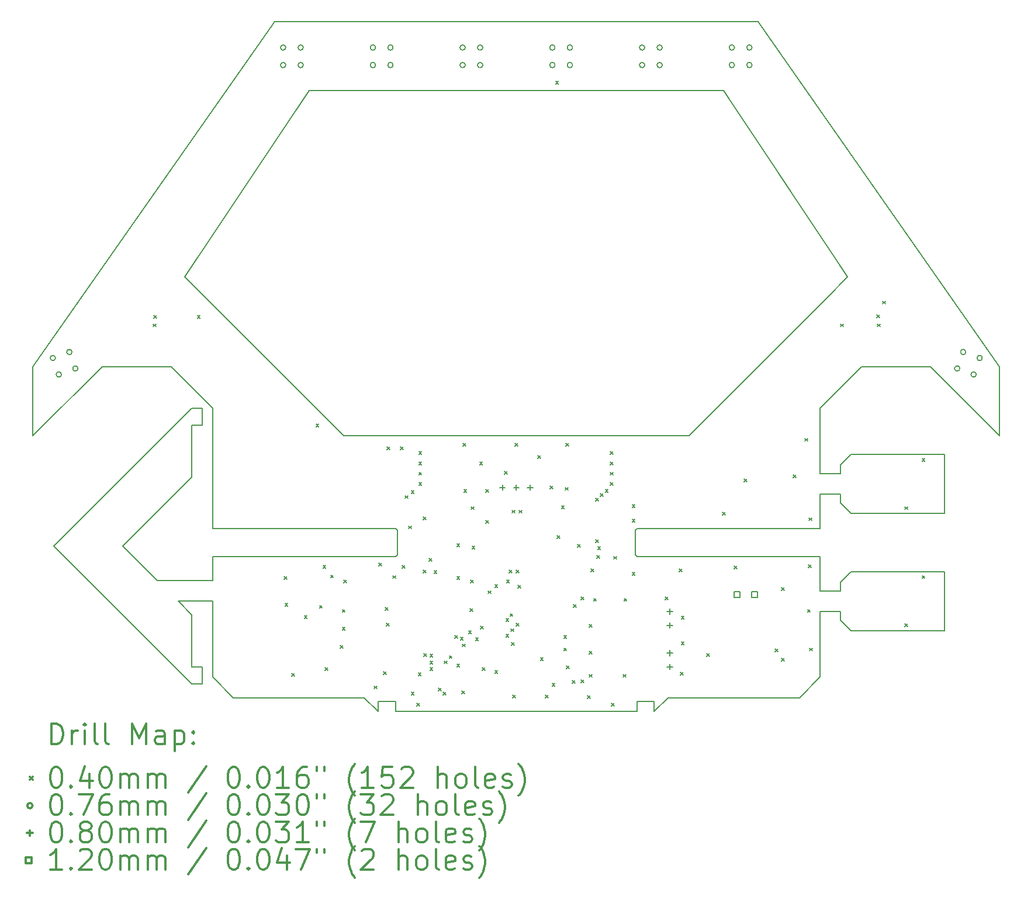
<source format=gbr>
%FSLAX45Y45*%
G04 Gerber Fmt 4.5, Leading zero omitted, Abs format (unit mm)*
G04 Created by KiCad (PCBNEW 4.0.1-stable) date 2017/09/30 15:08:16*
%MOMM*%
G01*
G04 APERTURE LIST*
%ADD10C,0.127000*%
%ADD11C,0.150000*%
%ADD12C,0.200000*%
%ADD13C,0.300000*%
G04 APERTURE END LIST*
D10*
D11*
X16725000Y-12725000D02*
X16750000Y-12750000D01*
X16725000Y-12375000D02*
X16725000Y-12725000D01*
X16750000Y-12350000D02*
X16725000Y-12375000D01*
X13275000Y-12725000D02*
X13250000Y-12750000D01*
X13275000Y-12375000D02*
X13275000Y-12725000D01*
X13250000Y-12350000D02*
X13275000Y-12375000D01*
X16750000Y-15000000D02*
X13250000Y-15000000D01*
X16750000Y-14850000D02*
X16750000Y-15000000D01*
X17000000Y-14850000D02*
X16750000Y-14850000D01*
X17000000Y-15000000D02*
X17000000Y-14850000D01*
X13250000Y-14850000D02*
X13250000Y-15000000D01*
X13000000Y-14850000D02*
X13250000Y-14850000D01*
X13000000Y-15000000D02*
X13000000Y-14850000D01*
X10300000Y-14350000D02*
X10300000Y-13600000D01*
X10450000Y-14350000D02*
X10300000Y-14350000D01*
X10450000Y-14600000D02*
X10450000Y-14350000D01*
X10300000Y-14600000D02*
X10450000Y-14600000D01*
X10300000Y-10850000D02*
X10300000Y-11600000D01*
X10450000Y-10850000D02*
X10300000Y-10850000D01*
X10450000Y-10600000D02*
X10450000Y-10850000D01*
X10300000Y-10600000D02*
X10450000Y-10600000D01*
X19850000Y-12975000D02*
X21200000Y-12975000D01*
X19700000Y-13125000D02*
X19850000Y-12975000D01*
X19700000Y-13250000D02*
X19700000Y-13125000D01*
X19850000Y-13825000D02*
X21200000Y-13825000D01*
X19700000Y-13675000D02*
X19850000Y-13825000D01*
X19700000Y-13550000D02*
X19700000Y-13675000D01*
X21200000Y-12975000D02*
X21200000Y-13825000D01*
X19850000Y-11275000D02*
X21200000Y-11275000D01*
X19700000Y-11425000D02*
X19850000Y-11275000D01*
X19700000Y-11550000D02*
X19700000Y-11425000D01*
X19700000Y-11975000D02*
X19700000Y-11850000D01*
X19850000Y-12125000D02*
X19700000Y-11975000D01*
X21200000Y-12125000D02*
X19850000Y-12125000D01*
X21200000Y-11275000D02*
X21200000Y-12125000D01*
X19400000Y-13550000D02*
X19400000Y-14500000D01*
X19700000Y-13550000D02*
X19400000Y-13550000D01*
X19400000Y-13250000D02*
X19700000Y-13250000D01*
X19400000Y-12750000D02*
X19400000Y-13250000D01*
X19400000Y-11850000D02*
X19700000Y-11850000D01*
X19400000Y-12350000D02*
X19400000Y-11850000D01*
X19400000Y-11550000D02*
X19700000Y-11550000D01*
X19400000Y-10600000D02*
X19400000Y-11550000D01*
X12500000Y-11000000D02*
X17500000Y-11000000D01*
X19500000Y-9000000D02*
X17500000Y-11000000D01*
X10500000Y-9000000D02*
X12500000Y-11000000D01*
X10200000Y-8700000D02*
X10500000Y-9000000D01*
X19800000Y-8700000D02*
X19500000Y-9000000D01*
X19400000Y-12750000D02*
X16750000Y-12750000D01*
X19400000Y-12350000D02*
X16750000Y-12350000D01*
X10600000Y-10600000D02*
X10600000Y-12350000D01*
X10600000Y-13100000D02*
X10600000Y-12750000D01*
X10300000Y-13600000D02*
X10100000Y-13400000D01*
X9300000Y-12600000D02*
X9800000Y-13100000D01*
X10600000Y-13100000D02*
X9800000Y-13100000D01*
X10600000Y-13400000D02*
X10100000Y-13400000D01*
X10600000Y-14500000D02*
X10600000Y-13400000D01*
X10600000Y-12750000D02*
X13250000Y-12750000D01*
X10600000Y-12350000D02*
X13250000Y-12350000D01*
X8300000Y-12600000D02*
X10300000Y-10600000D01*
X10300000Y-14600000D02*
X8300000Y-12600000D01*
X10300000Y-11600000D02*
X9300000Y-12600000D01*
X12000000Y-6000000D02*
X10200000Y-8700000D01*
X18000000Y-6000000D02*
X19800000Y-8700000D01*
X12000000Y-6000000D02*
X18000000Y-6000000D01*
X17200000Y-14800000D02*
X17000000Y-15000000D01*
X12800000Y-14800000D02*
X13000000Y-15000000D01*
X19100000Y-14800000D02*
X17200000Y-14800000D01*
X10900000Y-14800000D02*
X12800000Y-14800000D01*
X19400000Y-14500000D02*
X19100000Y-14800000D01*
X10600000Y-14500000D02*
X10900000Y-14800000D01*
X20000000Y-10000000D02*
X19400000Y-10600000D01*
X10000000Y-10000000D02*
X10600000Y-10600000D01*
X9000000Y-10000000D02*
X10000000Y-10000000D01*
X8000000Y-11000000D02*
X9000000Y-10000000D01*
X8000000Y-10000000D02*
X8000000Y-11000000D01*
X11500000Y-5000000D02*
X8000000Y-10000000D01*
X21000000Y-10000000D02*
X20000000Y-10000000D01*
X22000000Y-11000000D02*
X21000000Y-10000000D01*
X22000000Y-10000000D02*
X22000000Y-11000000D01*
X18500000Y-5000000D02*
X22000000Y-10000000D01*
X11500000Y-5000000D02*
X18500000Y-5000000D01*
D12*
X9740000Y-9380000D02*
X9780000Y-9420000D01*
X9780000Y-9380000D02*
X9740000Y-9420000D01*
X9750000Y-9260000D02*
X9790000Y-9300000D01*
X9790000Y-9260000D02*
X9750000Y-9300000D01*
X10380000Y-9260000D02*
X10420000Y-9300000D01*
X10420000Y-9260000D02*
X10380000Y-9300000D01*
X11640000Y-13040000D02*
X11680000Y-13080000D01*
X11680000Y-13040000D02*
X11640000Y-13080000D01*
X11650000Y-13430000D02*
X11690000Y-13470000D01*
X11690000Y-13430000D02*
X11650000Y-13470000D01*
X11750000Y-14450000D02*
X11790000Y-14490000D01*
X11790000Y-14450000D02*
X11750000Y-14490000D01*
X11930000Y-13610000D02*
X11970000Y-13650000D01*
X11970000Y-13610000D02*
X11930000Y-13650000D01*
X12100000Y-10830000D02*
X12140000Y-10870000D01*
X12140000Y-10830000D02*
X12100000Y-10870000D01*
X12150000Y-13460000D02*
X12190000Y-13500000D01*
X12190000Y-13460000D02*
X12150000Y-13500000D01*
X12200000Y-12880000D02*
X12240000Y-12920000D01*
X12240000Y-12880000D02*
X12200000Y-12920000D01*
X12230000Y-14360000D02*
X12270000Y-14400000D01*
X12270000Y-14360000D02*
X12230000Y-14400000D01*
X12310000Y-13020000D02*
X12350000Y-13060000D01*
X12350000Y-13020000D02*
X12310000Y-13060000D01*
X12450000Y-14040000D02*
X12490000Y-14080000D01*
X12490000Y-14040000D02*
X12450000Y-14080000D01*
X12480000Y-13520000D02*
X12520000Y-13560000D01*
X12520000Y-13520000D02*
X12480000Y-13560000D01*
X12480000Y-13780000D02*
X12520000Y-13820000D01*
X12520000Y-13780000D02*
X12480000Y-13820000D01*
X12500000Y-13090000D02*
X12540000Y-13130000D01*
X12540000Y-13090000D02*
X12500000Y-13130000D01*
X12940000Y-14630000D02*
X12980000Y-14670000D01*
X12980000Y-14630000D02*
X12940000Y-14670000D01*
X13010000Y-12850000D02*
X13050000Y-12890000D01*
X13050000Y-12850000D02*
X13010000Y-12890000D01*
X13080000Y-14420000D02*
X13120000Y-14460000D01*
X13120000Y-14420000D02*
X13080000Y-14460000D01*
X13100000Y-13490000D02*
X13140000Y-13530000D01*
X13140000Y-13490000D02*
X13100000Y-13530000D01*
X13120000Y-13720000D02*
X13160000Y-13760000D01*
X13160000Y-13720000D02*
X13120000Y-13760000D01*
X13130000Y-11160000D02*
X13170000Y-11200000D01*
X13170000Y-11160000D02*
X13130000Y-11200000D01*
X13210000Y-13030000D02*
X13250000Y-13070000D01*
X13250000Y-13030000D02*
X13210000Y-13070000D01*
X13320000Y-11160000D02*
X13360000Y-11200000D01*
X13360000Y-11160000D02*
X13320000Y-11200000D01*
X13350000Y-12880000D02*
X13390000Y-12920000D01*
X13390000Y-12880000D02*
X13350000Y-12920000D01*
X13390000Y-11870000D02*
X13430000Y-11910000D01*
X13430000Y-11870000D02*
X13390000Y-11910000D01*
X13440000Y-12310000D02*
X13480000Y-12350000D01*
X13480000Y-12310000D02*
X13440000Y-12350000D01*
X13480000Y-11800000D02*
X13520000Y-11840000D01*
X13520000Y-11800000D02*
X13480000Y-11840000D01*
X13480000Y-14720000D02*
X13520000Y-14760000D01*
X13520000Y-14720000D02*
X13480000Y-14760000D01*
X13560000Y-14880000D02*
X13600000Y-14920000D01*
X13600000Y-14880000D02*
X13560000Y-14920000D01*
X13580000Y-14440000D02*
X13620000Y-14480000D01*
X13620000Y-14440000D02*
X13580000Y-14480000D01*
X13590000Y-11230000D02*
X13630000Y-11270000D01*
X13630000Y-11230000D02*
X13590000Y-11270000D01*
X13590000Y-11380000D02*
X13630000Y-11420000D01*
X13630000Y-11380000D02*
X13590000Y-11420000D01*
X13590000Y-11530000D02*
X13630000Y-11570000D01*
X13630000Y-11530000D02*
X13590000Y-11570000D01*
X13590000Y-11680000D02*
X13630000Y-11720000D01*
X13630000Y-11680000D02*
X13590000Y-11720000D01*
X13650000Y-12180000D02*
X13690000Y-12220000D01*
X13690000Y-12180000D02*
X13650000Y-12220000D01*
X13650000Y-12950000D02*
X13690000Y-12990000D01*
X13690000Y-12950000D02*
X13650000Y-12990000D01*
X13660000Y-14160000D02*
X13700000Y-14200000D01*
X13700000Y-14160000D02*
X13660000Y-14200000D01*
X13740000Y-12780000D02*
X13780000Y-12820000D01*
X13780000Y-12780000D02*
X13740000Y-12820000D01*
X13750000Y-14170000D02*
X13790000Y-14210000D01*
X13790000Y-14170000D02*
X13750000Y-14210000D01*
X13750000Y-14270000D02*
X13790000Y-14310000D01*
X13790000Y-14270000D02*
X13750000Y-14310000D01*
X13750000Y-14365000D02*
X13790000Y-14405000D01*
X13790000Y-14365000D02*
X13750000Y-14405000D01*
X13810000Y-12955000D02*
X13850000Y-12995000D01*
X13850000Y-12955000D02*
X13810000Y-12995000D01*
X13870000Y-14660000D02*
X13910000Y-14700000D01*
X13910000Y-14660000D02*
X13870000Y-14700000D01*
X13940000Y-14720000D02*
X13980000Y-14760000D01*
X13980000Y-14720000D02*
X13940000Y-14760000D01*
X13955000Y-14265000D02*
X13995000Y-14305000D01*
X13995000Y-14265000D02*
X13955000Y-14305000D01*
X14030000Y-14190000D02*
X14070000Y-14230000D01*
X14070000Y-14190000D02*
X14030000Y-14230000D01*
X14110000Y-13900000D02*
X14150000Y-13940000D01*
X14150000Y-13900000D02*
X14110000Y-13940000D01*
X14140000Y-12570000D02*
X14180000Y-12610000D01*
X14180000Y-12570000D02*
X14140000Y-12610000D01*
X14140000Y-13040000D02*
X14180000Y-13080000D01*
X14180000Y-13040000D02*
X14140000Y-13080000D01*
X14140000Y-14310000D02*
X14180000Y-14350000D01*
X14180000Y-14310000D02*
X14140000Y-14350000D01*
X14190000Y-13920000D02*
X14230000Y-13960000D01*
X14230000Y-13920000D02*
X14190000Y-13960000D01*
X14210000Y-14700000D02*
X14250000Y-14740000D01*
X14250000Y-14700000D02*
X14210000Y-14740000D01*
X14220000Y-14020000D02*
X14260000Y-14060000D01*
X14260000Y-14020000D02*
X14220000Y-14060000D01*
X14230000Y-11110000D02*
X14270000Y-11150000D01*
X14270000Y-11110000D02*
X14230000Y-11150000D01*
X14240000Y-11780000D02*
X14280000Y-11820000D01*
X14280000Y-11780000D02*
X14240000Y-11820000D01*
X14310000Y-13830000D02*
X14350000Y-13870000D01*
X14350000Y-13830000D02*
X14310000Y-13870000D01*
X14330000Y-13510000D02*
X14370000Y-13550000D01*
X14370000Y-13510000D02*
X14330000Y-13550000D01*
X14340000Y-13090000D02*
X14380000Y-13130000D01*
X14380000Y-13090000D02*
X14340000Y-13130000D01*
X14350000Y-12030000D02*
X14390000Y-12070000D01*
X14390000Y-12030000D02*
X14350000Y-12070000D01*
X14360000Y-12600000D02*
X14400000Y-12640000D01*
X14400000Y-12600000D02*
X14360000Y-12640000D01*
X14410000Y-13930000D02*
X14450000Y-13970000D01*
X14450000Y-13930000D02*
X14410000Y-13970000D01*
X14470000Y-11380000D02*
X14510000Y-11420000D01*
X14510000Y-11380000D02*
X14470000Y-11420000D01*
X14480000Y-13760000D02*
X14520000Y-13800000D01*
X14520000Y-13760000D02*
X14480000Y-13800000D01*
X14510000Y-14360000D02*
X14550000Y-14400000D01*
X14550000Y-14360000D02*
X14510000Y-14400000D01*
X14560000Y-11780000D02*
X14600000Y-11820000D01*
X14600000Y-11780000D02*
X14560000Y-11820000D01*
X14560000Y-12230000D02*
X14600000Y-12270000D01*
X14600000Y-12230000D02*
X14560000Y-12270000D01*
X14590000Y-13250000D02*
X14630000Y-13290000D01*
X14630000Y-13250000D02*
X14590000Y-13290000D01*
X14690000Y-13160000D02*
X14730000Y-13200000D01*
X14730000Y-13160000D02*
X14690000Y-13200000D01*
X14690000Y-14405000D02*
X14730000Y-14445000D01*
X14730000Y-14405000D02*
X14690000Y-14445000D01*
X14830000Y-11520000D02*
X14870000Y-11560000D01*
X14870000Y-11520000D02*
X14830000Y-11560000D01*
X14850000Y-13650000D02*
X14890000Y-13690000D01*
X14890000Y-13650000D02*
X14850000Y-13690000D01*
X14850000Y-13880000D02*
X14890000Y-13920000D01*
X14890000Y-13880000D02*
X14850000Y-13920000D01*
X14860000Y-13090000D02*
X14900000Y-13130000D01*
X14900000Y-13090000D02*
X14860000Y-13130000D01*
X14900000Y-12950000D02*
X14940000Y-12990000D01*
X14940000Y-12950000D02*
X14900000Y-12990000D01*
X14910000Y-13580000D02*
X14950000Y-13620000D01*
X14950000Y-13580000D02*
X14910000Y-13620000D01*
X14920000Y-13800000D02*
X14960000Y-13840000D01*
X14960000Y-13800000D02*
X14920000Y-13840000D01*
X14930000Y-14000000D02*
X14970000Y-14040000D01*
X14970000Y-14000000D02*
X14930000Y-14040000D01*
X14940000Y-12080000D02*
X14980000Y-12120000D01*
X14980000Y-12080000D02*
X14940000Y-12120000D01*
X14950000Y-14760000D02*
X14990000Y-14800000D01*
X14990000Y-14760000D02*
X14950000Y-14800000D01*
X14980000Y-11110000D02*
X15020000Y-11150000D01*
X15020000Y-11110000D02*
X14980000Y-11150000D01*
X15000000Y-12950000D02*
X15040000Y-12990000D01*
X15040000Y-12950000D02*
X15000000Y-12990000D01*
X15000000Y-13720000D02*
X15040000Y-13760000D01*
X15040000Y-13720000D02*
X15000000Y-13760000D01*
X15025000Y-13170000D02*
X15065000Y-13210000D01*
X15065000Y-13170000D02*
X15025000Y-13210000D01*
X15040000Y-12080000D02*
X15080000Y-12120000D01*
X15080000Y-12080000D02*
X15040000Y-12120000D01*
X15310000Y-11290000D02*
X15350000Y-11330000D01*
X15350000Y-11290000D02*
X15310000Y-11330000D01*
X15350000Y-14220000D02*
X15390000Y-14260000D01*
X15390000Y-14220000D02*
X15350000Y-14260000D01*
X15420000Y-14760000D02*
X15460000Y-14800000D01*
X15460000Y-14760000D02*
X15420000Y-14800000D01*
X15490000Y-11730000D02*
X15530000Y-11770000D01*
X15530000Y-11730000D02*
X15490000Y-11770000D01*
X15520000Y-14590000D02*
X15560000Y-14630000D01*
X15560000Y-14590000D02*
X15520000Y-14630000D01*
X15570000Y-5860000D02*
X15610000Y-5900000D01*
X15610000Y-5860000D02*
X15570000Y-5900000D01*
X15590000Y-12450000D02*
X15630000Y-12490000D01*
X15630000Y-12450000D02*
X15590000Y-12490000D01*
X15655000Y-12020000D02*
X15695000Y-12060000D01*
X15695000Y-12020000D02*
X15655000Y-12060000D01*
X15690000Y-13900000D02*
X15730000Y-13940000D01*
X15730000Y-13900000D02*
X15690000Y-13940000D01*
X15690000Y-14080000D02*
X15730000Y-14120000D01*
X15730000Y-14080000D02*
X15690000Y-14120000D01*
X15710000Y-11750000D02*
X15750000Y-11790000D01*
X15750000Y-11750000D02*
X15710000Y-11790000D01*
X15720000Y-11110000D02*
X15760000Y-11150000D01*
X15760000Y-11110000D02*
X15720000Y-11150000D01*
X15730000Y-14340000D02*
X15770000Y-14380000D01*
X15770000Y-14340000D02*
X15730000Y-14380000D01*
X15810000Y-14550000D02*
X15850000Y-14590000D01*
X15850000Y-14550000D02*
X15810000Y-14590000D01*
X15830000Y-13450000D02*
X15870000Y-13490000D01*
X15870000Y-13450000D02*
X15830000Y-13490000D01*
X15885000Y-12575000D02*
X15925000Y-12615000D01*
X15925000Y-12575000D02*
X15885000Y-12615000D01*
X15940000Y-13340000D02*
X15980000Y-13380000D01*
X15980000Y-13340000D02*
X15940000Y-13380000D01*
X15940000Y-14540000D02*
X15980000Y-14580000D01*
X15980000Y-14540000D02*
X15940000Y-14580000D01*
X16030000Y-14770000D02*
X16070000Y-14810000D01*
X16070000Y-14770000D02*
X16030000Y-14810000D01*
X16055000Y-13735000D02*
X16095000Y-13775000D01*
X16095000Y-13735000D02*
X16055000Y-13775000D01*
X16055000Y-14125000D02*
X16095000Y-14165000D01*
X16095000Y-14125000D02*
X16055000Y-14165000D01*
X16060000Y-14460000D02*
X16100000Y-14500000D01*
X16100000Y-14460000D02*
X16060000Y-14500000D01*
X16080000Y-12930000D02*
X16120000Y-12970000D01*
X16120000Y-12930000D02*
X16080000Y-12970000D01*
X16120000Y-13360000D02*
X16160000Y-13400000D01*
X16160000Y-13360000D02*
X16120000Y-13400000D01*
X16150000Y-11910000D02*
X16190000Y-11950000D01*
X16190000Y-11910000D02*
X16150000Y-11950000D01*
X16150000Y-12510000D02*
X16190000Y-12550000D01*
X16190000Y-12510000D02*
X16150000Y-12550000D01*
X16170000Y-12740000D02*
X16210000Y-12780000D01*
X16210000Y-12740000D02*
X16170000Y-12780000D01*
X16180000Y-12610000D02*
X16220000Y-12650000D01*
X16220000Y-12610000D02*
X16180000Y-12650000D01*
X16220000Y-11840000D02*
X16260000Y-11880000D01*
X16260000Y-11840000D02*
X16220000Y-11880000D01*
X16290000Y-11780000D02*
X16330000Y-11820000D01*
X16330000Y-11780000D02*
X16290000Y-11820000D01*
X16360000Y-11230000D02*
X16400000Y-11270000D01*
X16400000Y-11230000D02*
X16360000Y-11270000D01*
X16360000Y-11380000D02*
X16400000Y-11420000D01*
X16400000Y-11380000D02*
X16360000Y-11420000D01*
X16360000Y-11530000D02*
X16400000Y-11570000D01*
X16400000Y-11530000D02*
X16360000Y-11570000D01*
X16360000Y-11680000D02*
X16400000Y-11720000D01*
X16400000Y-11680000D02*
X16360000Y-11720000D01*
X16380000Y-14880000D02*
X16420000Y-14920000D01*
X16420000Y-14880000D02*
X16380000Y-14920000D01*
X16410000Y-12750000D02*
X16450000Y-12790000D01*
X16450000Y-12750000D02*
X16410000Y-12790000D01*
X16550000Y-14460000D02*
X16590000Y-14500000D01*
X16590000Y-14460000D02*
X16550000Y-14500000D01*
X16560000Y-13360000D02*
X16600000Y-13400000D01*
X16600000Y-13360000D02*
X16560000Y-13400000D01*
X16680000Y-12000000D02*
X16720000Y-12040000D01*
X16720000Y-12000000D02*
X16680000Y-12040000D01*
X16680000Y-12210000D02*
X16720000Y-12250000D01*
X16720000Y-12210000D02*
X16680000Y-12250000D01*
X16680000Y-12980000D02*
X16720000Y-13020000D01*
X16720000Y-12980000D02*
X16680000Y-13020000D01*
X17160000Y-13340000D02*
X17200000Y-13380000D01*
X17200000Y-13340000D02*
X17160000Y-13380000D01*
X17360000Y-12930000D02*
X17400000Y-12970000D01*
X17400000Y-12930000D02*
X17360000Y-12970000D01*
X17380000Y-14430000D02*
X17420000Y-14470000D01*
X17420000Y-14430000D02*
X17380000Y-14470000D01*
X17390000Y-13620000D02*
X17430000Y-13660000D01*
X17430000Y-13620000D02*
X17390000Y-13660000D01*
X17390000Y-13990000D02*
X17430000Y-14030000D01*
X17430000Y-13990000D02*
X17390000Y-14030000D01*
X17760000Y-14160000D02*
X17800000Y-14200000D01*
X17800000Y-14160000D02*
X17760000Y-14200000D01*
X17990000Y-12110000D02*
X18030000Y-12150000D01*
X18030000Y-12110000D02*
X17990000Y-12150000D01*
X18160000Y-12890000D02*
X18200000Y-12930000D01*
X18200000Y-12890000D02*
X18160000Y-12930000D01*
X18300000Y-11630000D02*
X18340000Y-11670000D01*
X18340000Y-11630000D02*
X18300000Y-11670000D01*
X18750000Y-14090000D02*
X18790000Y-14130000D01*
X18790000Y-14090000D02*
X18750000Y-14130000D01*
X18840000Y-13200000D02*
X18880000Y-13240000D01*
X18880000Y-13200000D02*
X18840000Y-13240000D01*
X18840000Y-14230000D02*
X18880000Y-14270000D01*
X18880000Y-14230000D02*
X18840000Y-14270000D01*
X19010000Y-11570000D02*
X19050000Y-11610000D01*
X19050000Y-11570000D02*
X19010000Y-11610000D01*
X19180000Y-11040000D02*
X19220000Y-11080000D01*
X19220000Y-11040000D02*
X19180000Y-11080000D01*
X19220000Y-13520000D02*
X19260000Y-13560000D01*
X19260000Y-13520000D02*
X19220000Y-13560000D01*
X19230000Y-12870000D02*
X19270000Y-12910000D01*
X19270000Y-12870000D02*
X19230000Y-12910000D01*
X19240000Y-12190000D02*
X19280000Y-12230000D01*
X19280000Y-12190000D02*
X19240000Y-12230000D01*
X19250000Y-14080000D02*
X19290000Y-14120000D01*
X19290000Y-14080000D02*
X19250000Y-14120000D01*
X19700000Y-9380000D02*
X19740000Y-9420000D01*
X19740000Y-9380000D02*
X19700000Y-9420000D01*
X20220000Y-9250000D02*
X20260000Y-9290000D01*
X20260000Y-9250000D02*
X20220000Y-9290000D01*
X20230000Y-9380000D02*
X20270000Y-9420000D01*
X20270000Y-9380000D02*
X20230000Y-9420000D01*
X20310000Y-9050000D02*
X20350000Y-9090000D01*
X20350000Y-9050000D02*
X20310000Y-9090000D01*
X20630000Y-12030000D02*
X20670000Y-12070000D01*
X20670000Y-12030000D02*
X20630000Y-12070000D01*
X20630000Y-13730000D02*
X20670000Y-13770000D01*
X20670000Y-13730000D02*
X20630000Y-13770000D01*
X20880000Y-11330000D02*
X20920000Y-11370000D01*
X20920000Y-11330000D02*
X20880000Y-11370000D01*
X20880000Y-13030000D02*
X20920000Y-13070000D01*
X20920000Y-13030000D02*
X20880000Y-13070000D01*
X8325322Y-9874096D02*
G75*
G03X8325322Y-9874096I-38100J0D01*
G01*
X8412196Y-10112778D02*
G75*
G03X8412196Y-10112778I-38100J0D01*
G01*
X8564004Y-9787223D02*
G75*
G03X8564004Y-9787223I-38100J0D01*
G01*
X8650878Y-10025904D02*
G75*
G03X8650878Y-10025904I-38100J0D01*
G01*
X11661100Y-5373000D02*
G75*
G03X11661100Y-5373000I-38100J0D01*
G01*
X11661100Y-5627000D02*
G75*
G03X11661100Y-5627000I-38100J0D01*
G01*
X11915100Y-5373000D02*
G75*
G03X11915100Y-5373000I-38100J0D01*
G01*
X11915100Y-5627000D02*
G75*
G03X11915100Y-5627000I-38100J0D01*
G01*
X12961100Y-5373000D02*
G75*
G03X12961100Y-5373000I-38100J0D01*
G01*
X12961100Y-5627000D02*
G75*
G03X12961100Y-5627000I-38100J0D01*
G01*
X13215100Y-5373000D02*
G75*
G03X13215100Y-5373000I-38100J0D01*
G01*
X13215100Y-5627000D02*
G75*
G03X13215100Y-5627000I-38100J0D01*
G01*
X14261100Y-5373000D02*
G75*
G03X14261100Y-5373000I-38100J0D01*
G01*
X14261100Y-5627000D02*
G75*
G03X14261100Y-5627000I-38100J0D01*
G01*
X14515100Y-5373000D02*
G75*
G03X14515100Y-5373000I-38100J0D01*
G01*
X14515100Y-5627000D02*
G75*
G03X14515100Y-5627000I-38100J0D01*
G01*
X15561100Y-5373000D02*
G75*
G03X15561100Y-5373000I-38100J0D01*
G01*
X15561100Y-5627000D02*
G75*
G03X15561100Y-5627000I-38100J0D01*
G01*
X15815100Y-5373000D02*
G75*
G03X15815100Y-5373000I-38100J0D01*
G01*
X15815100Y-5627000D02*
G75*
G03X15815100Y-5627000I-38100J0D01*
G01*
X16861100Y-5373000D02*
G75*
G03X16861100Y-5373000I-38100J0D01*
G01*
X16861100Y-5627000D02*
G75*
G03X16861100Y-5627000I-38100J0D01*
G01*
X17115100Y-5373000D02*
G75*
G03X17115100Y-5373000I-38100J0D01*
G01*
X17115100Y-5627000D02*
G75*
G03X17115100Y-5627000I-38100J0D01*
G01*
X18161100Y-5373000D02*
G75*
G03X18161100Y-5373000I-38100J0D01*
G01*
X18161100Y-5627000D02*
G75*
G03X18161100Y-5627000I-38100J0D01*
G01*
X18415100Y-5373000D02*
G75*
G03X18415100Y-5373000I-38100J0D01*
G01*
X18415100Y-5627000D02*
G75*
G03X18415100Y-5627000I-38100J0D01*
G01*
X21425323Y-10025904D02*
G75*
G03X21425323Y-10025904I-38100J0D01*
G01*
X21512196Y-9787223D02*
G75*
G03X21512196Y-9787223I-38100J0D01*
G01*
X21664004Y-10112778D02*
G75*
G03X21664004Y-10112778I-38100J0D01*
G01*
X21750878Y-9874096D02*
G75*
G03X21750878Y-9874096I-38100J0D01*
G01*
X14800000Y-11710000D02*
X14800000Y-11790000D01*
X14760000Y-11750000D02*
X14840000Y-11750000D01*
X15000000Y-11710000D02*
X15000000Y-11790000D01*
X14960000Y-11750000D02*
X15040000Y-11750000D01*
X15200000Y-11710000D02*
X15200000Y-11790000D01*
X15160000Y-11750000D02*
X15240000Y-11750000D01*
X17225000Y-13510000D02*
X17225000Y-13590000D01*
X17185000Y-13550000D02*
X17265000Y-13550000D01*
X17225000Y-13710000D02*
X17225000Y-13790000D01*
X17185000Y-13750000D02*
X17265000Y-13750000D01*
X17225000Y-14110000D02*
X17225000Y-14190000D01*
X17185000Y-14150000D02*
X17265000Y-14150000D01*
X17225000Y-14310000D02*
X17225000Y-14390000D01*
X17185000Y-14350000D02*
X17265000Y-14350000D01*
X18242427Y-13342427D02*
X18242427Y-13257573D01*
X18157573Y-13257573D01*
X18157573Y-13342427D01*
X18242427Y-13342427D01*
X18496427Y-13342427D02*
X18496427Y-13257573D01*
X18411573Y-13257573D01*
X18411573Y-13342427D01*
X18496427Y-13342427D01*
D13*
X8263928Y-15473214D02*
X8263928Y-15173214D01*
X8335357Y-15173214D01*
X8378214Y-15187500D01*
X8406786Y-15216071D01*
X8421071Y-15244643D01*
X8435357Y-15301786D01*
X8435357Y-15344643D01*
X8421071Y-15401786D01*
X8406786Y-15430357D01*
X8378214Y-15458929D01*
X8335357Y-15473214D01*
X8263928Y-15473214D01*
X8563929Y-15473214D02*
X8563929Y-15273214D01*
X8563929Y-15330357D02*
X8578214Y-15301786D01*
X8592500Y-15287500D01*
X8621071Y-15273214D01*
X8649643Y-15273214D01*
X8749643Y-15473214D02*
X8749643Y-15273214D01*
X8749643Y-15173214D02*
X8735357Y-15187500D01*
X8749643Y-15201786D01*
X8763929Y-15187500D01*
X8749643Y-15173214D01*
X8749643Y-15201786D01*
X8935357Y-15473214D02*
X8906786Y-15458929D01*
X8892500Y-15430357D01*
X8892500Y-15173214D01*
X9092500Y-15473214D02*
X9063929Y-15458929D01*
X9049643Y-15430357D01*
X9049643Y-15173214D01*
X9435357Y-15473214D02*
X9435357Y-15173214D01*
X9535357Y-15387500D01*
X9635357Y-15173214D01*
X9635357Y-15473214D01*
X9906786Y-15473214D02*
X9906786Y-15316071D01*
X9892500Y-15287500D01*
X9863929Y-15273214D01*
X9806786Y-15273214D01*
X9778214Y-15287500D01*
X9906786Y-15458929D02*
X9878214Y-15473214D01*
X9806786Y-15473214D01*
X9778214Y-15458929D01*
X9763929Y-15430357D01*
X9763929Y-15401786D01*
X9778214Y-15373214D01*
X9806786Y-15358929D01*
X9878214Y-15358929D01*
X9906786Y-15344643D01*
X10049643Y-15273214D02*
X10049643Y-15573214D01*
X10049643Y-15287500D02*
X10078214Y-15273214D01*
X10135357Y-15273214D01*
X10163929Y-15287500D01*
X10178214Y-15301786D01*
X10192500Y-15330357D01*
X10192500Y-15416071D01*
X10178214Y-15444643D01*
X10163929Y-15458929D01*
X10135357Y-15473214D01*
X10078214Y-15473214D01*
X10049643Y-15458929D01*
X10321071Y-15444643D02*
X10335357Y-15458929D01*
X10321071Y-15473214D01*
X10306786Y-15458929D01*
X10321071Y-15444643D01*
X10321071Y-15473214D01*
X10321071Y-15287500D02*
X10335357Y-15301786D01*
X10321071Y-15316071D01*
X10306786Y-15301786D01*
X10321071Y-15287500D01*
X10321071Y-15316071D01*
X7952500Y-15947500D02*
X7992500Y-15987500D01*
X7992500Y-15947500D02*
X7952500Y-15987500D01*
X8321071Y-15803214D02*
X8349643Y-15803214D01*
X8378214Y-15817500D01*
X8392500Y-15831786D01*
X8406786Y-15860357D01*
X8421071Y-15917500D01*
X8421071Y-15988929D01*
X8406786Y-16046071D01*
X8392500Y-16074643D01*
X8378214Y-16088929D01*
X8349643Y-16103214D01*
X8321071Y-16103214D01*
X8292500Y-16088929D01*
X8278214Y-16074643D01*
X8263928Y-16046071D01*
X8249643Y-15988929D01*
X8249643Y-15917500D01*
X8263928Y-15860357D01*
X8278214Y-15831786D01*
X8292500Y-15817500D01*
X8321071Y-15803214D01*
X8549643Y-16074643D02*
X8563929Y-16088929D01*
X8549643Y-16103214D01*
X8535357Y-16088929D01*
X8549643Y-16074643D01*
X8549643Y-16103214D01*
X8821071Y-15903214D02*
X8821071Y-16103214D01*
X8749643Y-15788929D02*
X8678214Y-16003214D01*
X8863928Y-16003214D01*
X9035357Y-15803214D02*
X9063929Y-15803214D01*
X9092500Y-15817500D01*
X9106786Y-15831786D01*
X9121071Y-15860357D01*
X9135357Y-15917500D01*
X9135357Y-15988929D01*
X9121071Y-16046071D01*
X9106786Y-16074643D01*
X9092500Y-16088929D01*
X9063929Y-16103214D01*
X9035357Y-16103214D01*
X9006786Y-16088929D01*
X8992500Y-16074643D01*
X8978214Y-16046071D01*
X8963929Y-15988929D01*
X8963929Y-15917500D01*
X8978214Y-15860357D01*
X8992500Y-15831786D01*
X9006786Y-15817500D01*
X9035357Y-15803214D01*
X9263929Y-16103214D02*
X9263929Y-15903214D01*
X9263929Y-15931786D02*
X9278214Y-15917500D01*
X9306786Y-15903214D01*
X9349643Y-15903214D01*
X9378214Y-15917500D01*
X9392500Y-15946071D01*
X9392500Y-16103214D01*
X9392500Y-15946071D02*
X9406786Y-15917500D01*
X9435357Y-15903214D01*
X9478214Y-15903214D01*
X9506786Y-15917500D01*
X9521071Y-15946071D01*
X9521071Y-16103214D01*
X9663929Y-16103214D02*
X9663929Y-15903214D01*
X9663929Y-15931786D02*
X9678214Y-15917500D01*
X9706786Y-15903214D01*
X9749643Y-15903214D01*
X9778214Y-15917500D01*
X9792500Y-15946071D01*
X9792500Y-16103214D01*
X9792500Y-15946071D02*
X9806786Y-15917500D01*
X9835357Y-15903214D01*
X9878214Y-15903214D01*
X9906786Y-15917500D01*
X9921071Y-15946071D01*
X9921071Y-16103214D01*
X10506786Y-15788929D02*
X10249643Y-16174643D01*
X10892500Y-15803214D02*
X10921071Y-15803214D01*
X10949643Y-15817500D01*
X10963928Y-15831786D01*
X10978214Y-15860357D01*
X10992500Y-15917500D01*
X10992500Y-15988929D01*
X10978214Y-16046071D01*
X10963928Y-16074643D01*
X10949643Y-16088929D01*
X10921071Y-16103214D01*
X10892500Y-16103214D01*
X10863928Y-16088929D01*
X10849643Y-16074643D01*
X10835357Y-16046071D01*
X10821071Y-15988929D01*
X10821071Y-15917500D01*
X10835357Y-15860357D01*
X10849643Y-15831786D01*
X10863928Y-15817500D01*
X10892500Y-15803214D01*
X11121071Y-16074643D02*
X11135357Y-16088929D01*
X11121071Y-16103214D01*
X11106786Y-16088929D01*
X11121071Y-16074643D01*
X11121071Y-16103214D01*
X11321071Y-15803214D02*
X11349643Y-15803214D01*
X11378214Y-15817500D01*
X11392500Y-15831786D01*
X11406785Y-15860357D01*
X11421071Y-15917500D01*
X11421071Y-15988929D01*
X11406785Y-16046071D01*
X11392500Y-16074643D01*
X11378214Y-16088929D01*
X11349643Y-16103214D01*
X11321071Y-16103214D01*
X11292500Y-16088929D01*
X11278214Y-16074643D01*
X11263928Y-16046071D01*
X11249643Y-15988929D01*
X11249643Y-15917500D01*
X11263928Y-15860357D01*
X11278214Y-15831786D01*
X11292500Y-15817500D01*
X11321071Y-15803214D01*
X11706785Y-16103214D02*
X11535357Y-16103214D01*
X11621071Y-16103214D02*
X11621071Y-15803214D01*
X11592500Y-15846071D01*
X11563928Y-15874643D01*
X11535357Y-15888929D01*
X11963928Y-15803214D02*
X11906785Y-15803214D01*
X11878214Y-15817500D01*
X11863928Y-15831786D01*
X11835357Y-15874643D01*
X11821071Y-15931786D01*
X11821071Y-16046071D01*
X11835357Y-16074643D01*
X11849643Y-16088929D01*
X11878214Y-16103214D01*
X11935357Y-16103214D01*
X11963928Y-16088929D01*
X11978214Y-16074643D01*
X11992500Y-16046071D01*
X11992500Y-15974643D01*
X11978214Y-15946071D01*
X11963928Y-15931786D01*
X11935357Y-15917500D01*
X11878214Y-15917500D01*
X11849643Y-15931786D01*
X11835357Y-15946071D01*
X11821071Y-15974643D01*
X12106786Y-15803214D02*
X12106786Y-15860357D01*
X12221071Y-15803214D02*
X12221071Y-15860357D01*
X12663928Y-16217500D02*
X12649643Y-16203214D01*
X12621071Y-16160357D01*
X12606785Y-16131786D01*
X12592500Y-16088929D01*
X12578214Y-16017500D01*
X12578214Y-15960357D01*
X12592500Y-15888929D01*
X12606785Y-15846071D01*
X12621071Y-15817500D01*
X12649643Y-15774643D01*
X12663928Y-15760357D01*
X12935357Y-16103214D02*
X12763928Y-16103214D01*
X12849643Y-16103214D02*
X12849643Y-15803214D01*
X12821071Y-15846071D01*
X12792500Y-15874643D01*
X12763928Y-15888929D01*
X13206785Y-15803214D02*
X13063928Y-15803214D01*
X13049643Y-15946071D01*
X13063928Y-15931786D01*
X13092500Y-15917500D01*
X13163928Y-15917500D01*
X13192500Y-15931786D01*
X13206785Y-15946071D01*
X13221071Y-15974643D01*
X13221071Y-16046071D01*
X13206785Y-16074643D01*
X13192500Y-16088929D01*
X13163928Y-16103214D01*
X13092500Y-16103214D01*
X13063928Y-16088929D01*
X13049643Y-16074643D01*
X13335357Y-15831786D02*
X13349643Y-15817500D01*
X13378214Y-15803214D01*
X13449643Y-15803214D01*
X13478214Y-15817500D01*
X13492500Y-15831786D01*
X13506785Y-15860357D01*
X13506785Y-15888929D01*
X13492500Y-15931786D01*
X13321071Y-16103214D01*
X13506785Y-16103214D01*
X13863928Y-16103214D02*
X13863928Y-15803214D01*
X13992500Y-16103214D02*
X13992500Y-15946071D01*
X13978214Y-15917500D01*
X13949643Y-15903214D01*
X13906785Y-15903214D01*
X13878214Y-15917500D01*
X13863928Y-15931786D01*
X14178214Y-16103214D02*
X14149643Y-16088929D01*
X14135357Y-16074643D01*
X14121071Y-16046071D01*
X14121071Y-15960357D01*
X14135357Y-15931786D01*
X14149643Y-15917500D01*
X14178214Y-15903214D01*
X14221071Y-15903214D01*
X14249643Y-15917500D01*
X14263928Y-15931786D01*
X14278214Y-15960357D01*
X14278214Y-16046071D01*
X14263928Y-16074643D01*
X14249643Y-16088929D01*
X14221071Y-16103214D01*
X14178214Y-16103214D01*
X14449643Y-16103214D02*
X14421071Y-16088929D01*
X14406786Y-16060357D01*
X14406786Y-15803214D01*
X14678214Y-16088929D02*
X14649643Y-16103214D01*
X14592500Y-16103214D01*
X14563928Y-16088929D01*
X14549643Y-16060357D01*
X14549643Y-15946071D01*
X14563928Y-15917500D01*
X14592500Y-15903214D01*
X14649643Y-15903214D01*
X14678214Y-15917500D01*
X14692500Y-15946071D01*
X14692500Y-15974643D01*
X14549643Y-16003214D01*
X14806786Y-16088929D02*
X14835357Y-16103214D01*
X14892500Y-16103214D01*
X14921071Y-16088929D01*
X14935357Y-16060357D01*
X14935357Y-16046071D01*
X14921071Y-16017500D01*
X14892500Y-16003214D01*
X14849643Y-16003214D01*
X14821071Y-15988929D01*
X14806786Y-15960357D01*
X14806786Y-15946071D01*
X14821071Y-15917500D01*
X14849643Y-15903214D01*
X14892500Y-15903214D01*
X14921071Y-15917500D01*
X15035357Y-16217500D02*
X15049643Y-16203214D01*
X15078214Y-16160357D01*
X15092500Y-16131786D01*
X15106786Y-16088929D01*
X15121071Y-16017500D01*
X15121071Y-15960357D01*
X15106786Y-15888929D01*
X15092500Y-15846071D01*
X15078214Y-15817500D01*
X15049643Y-15774643D01*
X15035357Y-15760357D01*
X7992500Y-16363500D02*
G75*
G03X7992500Y-16363500I-38100J0D01*
G01*
X8321071Y-16199214D02*
X8349643Y-16199214D01*
X8378214Y-16213500D01*
X8392500Y-16227786D01*
X8406786Y-16256357D01*
X8421071Y-16313500D01*
X8421071Y-16384929D01*
X8406786Y-16442071D01*
X8392500Y-16470643D01*
X8378214Y-16484929D01*
X8349643Y-16499214D01*
X8321071Y-16499214D01*
X8292500Y-16484929D01*
X8278214Y-16470643D01*
X8263928Y-16442071D01*
X8249643Y-16384929D01*
X8249643Y-16313500D01*
X8263928Y-16256357D01*
X8278214Y-16227786D01*
X8292500Y-16213500D01*
X8321071Y-16199214D01*
X8549643Y-16470643D02*
X8563929Y-16484929D01*
X8549643Y-16499214D01*
X8535357Y-16484929D01*
X8549643Y-16470643D01*
X8549643Y-16499214D01*
X8663928Y-16199214D02*
X8863928Y-16199214D01*
X8735357Y-16499214D01*
X9106786Y-16199214D02*
X9049643Y-16199214D01*
X9021071Y-16213500D01*
X9006786Y-16227786D01*
X8978214Y-16270643D01*
X8963929Y-16327786D01*
X8963929Y-16442071D01*
X8978214Y-16470643D01*
X8992500Y-16484929D01*
X9021071Y-16499214D01*
X9078214Y-16499214D01*
X9106786Y-16484929D01*
X9121071Y-16470643D01*
X9135357Y-16442071D01*
X9135357Y-16370643D01*
X9121071Y-16342071D01*
X9106786Y-16327786D01*
X9078214Y-16313500D01*
X9021071Y-16313500D01*
X8992500Y-16327786D01*
X8978214Y-16342071D01*
X8963929Y-16370643D01*
X9263929Y-16499214D02*
X9263929Y-16299214D01*
X9263929Y-16327786D02*
X9278214Y-16313500D01*
X9306786Y-16299214D01*
X9349643Y-16299214D01*
X9378214Y-16313500D01*
X9392500Y-16342071D01*
X9392500Y-16499214D01*
X9392500Y-16342071D02*
X9406786Y-16313500D01*
X9435357Y-16299214D01*
X9478214Y-16299214D01*
X9506786Y-16313500D01*
X9521071Y-16342071D01*
X9521071Y-16499214D01*
X9663929Y-16499214D02*
X9663929Y-16299214D01*
X9663929Y-16327786D02*
X9678214Y-16313500D01*
X9706786Y-16299214D01*
X9749643Y-16299214D01*
X9778214Y-16313500D01*
X9792500Y-16342071D01*
X9792500Y-16499214D01*
X9792500Y-16342071D02*
X9806786Y-16313500D01*
X9835357Y-16299214D01*
X9878214Y-16299214D01*
X9906786Y-16313500D01*
X9921071Y-16342071D01*
X9921071Y-16499214D01*
X10506786Y-16184929D02*
X10249643Y-16570643D01*
X10892500Y-16199214D02*
X10921071Y-16199214D01*
X10949643Y-16213500D01*
X10963928Y-16227786D01*
X10978214Y-16256357D01*
X10992500Y-16313500D01*
X10992500Y-16384929D01*
X10978214Y-16442071D01*
X10963928Y-16470643D01*
X10949643Y-16484929D01*
X10921071Y-16499214D01*
X10892500Y-16499214D01*
X10863928Y-16484929D01*
X10849643Y-16470643D01*
X10835357Y-16442071D01*
X10821071Y-16384929D01*
X10821071Y-16313500D01*
X10835357Y-16256357D01*
X10849643Y-16227786D01*
X10863928Y-16213500D01*
X10892500Y-16199214D01*
X11121071Y-16470643D02*
X11135357Y-16484929D01*
X11121071Y-16499214D01*
X11106786Y-16484929D01*
X11121071Y-16470643D01*
X11121071Y-16499214D01*
X11321071Y-16199214D02*
X11349643Y-16199214D01*
X11378214Y-16213500D01*
X11392500Y-16227786D01*
X11406785Y-16256357D01*
X11421071Y-16313500D01*
X11421071Y-16384929D01*
X11406785Y-16442071D01*
X11392500Y-16470643D01*
X11378214Y-16484929D01*
X11349643Y-16499214D01*
X11321071Y-16499214D01*
X11292500Y-16484929D01*
X11278214Y-16470643D01*
X11263928Y-16442071D01*
X11249643Y-16384929D01*
X11249643Y-16313500D01*
X11263928Y-16256357D01*
X11278214Y-16227786D01*
X11292500Y-16213500D01*
X11321071Y-16199214D01*
X11521071Y-16199214D02*
X11706785Y-16199214D01*
X11606785Y-16313500D01*
X11649643Y-16313500D01*
X11678214Y-16327786D01*
X11692500Y-16342071D01*
X11706785Y-16370643D01*
X11706785Y-16442071D01*
X11692500Y-16470643D01*
X11678214Y-16484929D01*
X11649643Y-16499214D01*
X11563928Y-16499214D01*
X11535357Y-16484929D01*
X11521071Y-16470643D01*
X11892500Y-16199214D02*
X11921071Y-16199214D01*
X11949643Y-16213500D01*
X11963928Y-16227786D01*
X11978214Y-16256357D01*
X11992500Y-16313500D01*
X11992500Y-16384929D01*
X11978214Y-16442071D01*
X11963928Y-16470643D01*
X11949643Y-16484929D01*
X11921071Y-16499214D01*
X11892500Y-16499214D01*
X11863928Y-16484929D01*
X11849643Y-16470643D01*
X11835357Y-16442071D01*
X11821071Y-16384929D01*
X11821071Y-16313500D01*
X11835357Y-16256357D01*
X11849643Y-16227786D01*
X11863928Y-16213500D01*
X11892500Y-16199214D01*
X12106786Y-16199214D02*
X12106786Y-16256357D01*
X12221071Y-16199214D02*
X12221071Y-16256357D01*
X12663928Y-16613500D02*
X12649643Y-16599214D01*
X12621071Y-16556357D01*
X12606785Y-16527786D01*
X12592500Y-16484929D01*
X12578214Y-16413500D01*
X12578214Y-16356357D01*
X12592500Y-16284929D01*
X12606785Y-16242071D01*
X12621071Y-16213500D01*
X12649643Y-16170643D01*
X12663928Y-16156357D01*
X12749643Y-16199214D02*
X12935357Y-16199214D01*
X12835357Y-16313500D01*
X12878214Y-16313500D01*
X12906785Y-16327786D01*
X12921071Y-16342071D01*
X12935357Y-16370643D01*
X12935357Y-16442071D01*
X12921071Y-16470643D01*
X12906785Y-16484929D01*
X12878214Y-16499214D01*
X12792500Y-16499214D01*
X12763928Y-16484929D01*
X12749643Y-16470643D01*
X13049643Y-16227786D02*
X13063928Y-16213500D01*
X13092500Y-16199214D01*
X13163928Y-16199214D01*
X13192500Y-16213500D01*
X13206785Y-16227786D01*
X13221071Y-16256357D01*
X13221071Y-16284929D01*
X13206785Y-16327786D01*
X13035357Y-16499214D01*
X13221071Y-16499214D01*
X13578214Y-16499214D02*
X13578214Y-16199214D01*
X13706785Y-16499214D02*
X13706785Y-16342071D01*
X13692500Y-16313500D01*
X13663928Y-16299214D01*
X13621071Y-16299214D01*
X13592500Y-16313500D01*
X13578214Y-16327786D01*
X13892500Y-16499214D02*
X13863928Y-16484929D01*
X13849643Y-16470643D01*
X13835357Y-16442071D01*
X13835357Y-16356357D01*
X13849643Y-16327786D01*
X13863928Y-16313500D01*
X13892500Y-16299214D01*
X13935357Y-16299214D01*
X13963928Y-16313500D01*
X13978214Y-16327786D01*
X13992500Y-16356357D01*
X13992500Y-16442071D01*
X13978214Y-16470643D01*
X13963928Y-16484929D01*
X13935357Y-16499214D01*
X13892500Y-16499214D01*
X14163928Y-16499214D02*
X14135357Y-16484929D01*
X14121071Y-16456357D01*
X14121071Y-16199214D01*
X14392500Y-16484929D02*
X14363928Y-16499214D01*
X14306786Y-16499214D01*
X14278214Y-16484929D01*
X14263928Y-16456357D01*
X14263928Y-16342071D01*
X14278214Y-16313500D01*
X14306786Y-16299214D01*
X14363928Y-16299214D01*
X14392500Y-16313500D01*
X14406786Y-16342071D01*
X14406786Y-16370643D01*
X14263928Y-16399214D01*
X14521071Y-16484929D02*
X14549643Y-16499214D01*
X14606786Y-16499214D01*
X14635357Y-16484929D01*
X14649643Y-16456357D01*
X14649643Y-16442071D01*
X14635357Y-16413500D01*
X14606786Y-16399214D01*
X14563928Y-16399214D01*
X14535357Y-16384929D01*
X14521071Y-16356357D01*
X14521071Y-16342071D01*
X14535357Y-16313500D01*
X14563928Y-16299214D01*
X14606786Y-16299214D01*
X14635357Y-16313500D01*
X14749643Y-16613500D02*
X14763928Y-16599214D01*
X14792500Y-16556357D01*
X14806786Y-16527786D01*
X14821071Y-16484929D01*
X14835357Y-16413500D01*
X14835357Y-16356357D01*
X14821071Y-16284929D01*
X14806786Y-16242071D01*
X14792500Y-16213500D01*
X14763928Y-16170643D01*
X14749643Y-16156357D01*
X7952500Y-16719500D02*
X7952500Y-16799500D01*
X7912500Y-16759500D02*
X7992500Y-16759500D01*
X8321071Y-16595214D02*
X8349643Y-16595214D01*
X8378214Y-16609500D01*
X8392500Y-16623786D01*
X8406786Y-16652357D01*
X8421071Y-16709500D01*
X8421071Y-16780929D01*
X8406786Y-16838072D01*
X8392500Y-16866643D01*
X8378214Y-16880929D01*
X8349643Y-16895214D01*
X8321071Y-16895214D01*
X8292500Y-16880929D01*
X8278214Y-16866643D01*
X8263928Y-16838072D01*
X8249643Y-16780929D01*
X8249643Y-16709500D01*
X8263928Y-16652357D01*
X8278214Y-16623786D01*
X8292500Y-16609500D01*
X8321071Y-16595214D01*
X8549643Y-16866643D02*
X8563929Y-16880929D01*
X8549643Y-16895214D01*
X8535357Y-16880929D01*
X8549643Y-16866643D01*
X8549643Y-16895214D01*
X8735357Y-16723786D02*
X8706786Y-16709500D01*
X8692500Y-16695214D01*
X8678214Y-16666643D01*
X8678214Y-16652357D01*
X8692500Y-16623786D01*
X8706786Y-16609500D01*
X8735357Y-16595214D01*
X8792500Y-16595214D01*
X8821071Y-16609500D01*
X8835357Y-16623786D01*
X8849643Y-16652357D01*
X8849643Y-16666643D01*
X8835357Y-16695214D01*
X8821071Y-16709500D01*
X8792500Y-16723786D01*
X8735357Y-16723786D01*
X8706786Y-16738071D01*
X8692500Y-16752357D01*
X8678214Y-16780929D01*
X8678214Y-16838072D01*
X8692500Y-16866643D01*
X8706786Y-16880929D01*
X8735357Y-16895214D01*
X8792500Y-16895214D01*
X8821071Y-16880929D01*
X8835357Y-16866643D01*
X8849643Y-16838072D01*
X8849643Y-16780929D01*
X8835357Y-16752357D01*
X8821071Y-16738071D01*
X8792500Y-16723786D01*
X9035357Y-16595214D02*
X9063929Y-16595214D01*
X9092500Y-16609500D01*
X9106786Y-16623786D01*
X9121071Y-16652357D01*
X9135357Y-16709500D01*
X9135357Y-16780929D01*
X9121071Y-16838072D01*
X9106786Y-16866643D01*
X9092500Y-16880929D01*
X9063929Y-16895214D01*
X9035357Y-16895214D01*
X9006786Y-16880929D01*
X8992500Y-16866643D01*
X8978214Y-16838072D01*
X8963929Y-16780929D01*
X8963929Y-16709500D01*
X8978214Y-16652357D01*
X8992500Y-16623786D01*
X9006786Y-16609500D01*
X9035357Y-16595214D01*
X9263929Y-16895214D02*
X9263929Y-16695214D01*
X9263929Y-16723786D02*
X9278214Y-16709500D01*
X9306786Y-16695214D01*
X9349643Y-16695214D01*
X9378214Y-16709500D01*
X9392500Y-16738071D01*
X9392500Y-16895214D01*
X9392500Y-16738071D02*
X9406786Y-16709500D01*
X9435357Y-16695214D01*
X9478214Y-16695214D01*
X9506786Y-16709500D01*
X9521071Y-16738071D01*
X9521071Y-16895214D01*
X9663929Y-16895214D02*
X9663929Y-16695214D01*
X9663929Y-16723786D02*
X9678214Y-16709500D01*
X9706786Y-16695214D01*
X9749643Y-16695214D01*
X9778214Y-16709500D01*
X9792500Y-16738071D01*
X9792500Y-16895214D01*
X9792500Y-16738071D02*
X9806786Y-16709500D01*
X9835357Y-16695214D01*
X9878214Y-16695214D01*
X9906786Y-16709500D01*
X9921071Y-16738071D01*
X9921071Y-16895214D01*
X10506786Y-16580929D02*
X10249643Y-16966643D01*
X10892500Y-16595214D02*
X10921071Y-16595214D01*
X10949643Y-16609500D01*
X10963928Y-16623786D01*
X10978214Y-16652357D01*
X10992500Y-16709500D01*
X10992500Y-16780929D01*
X10978214Y-16838072D01*
X10963928Y-16866643D01*
X10949643Y-16880929D01*
X10921071Y-16895214D01*
X10892500Y-16895214D01*
X10863928Y-16880929D01*
X10849643Y-16866643D01*
X10835357Y-16838072D01*
X10821071Y-16780929D01*
X10821071Y-16709500D01*
X10835357Y-16652357D01*
X10849643Y-16623786D01*
X10863928Y-16609500D01*
X10892500Y-16595214D01*
X11121071Y-16866643D02*
X11135357Y-16880929D01*
X11121071Y-16895214D01*
X11106786Y-16880929D01*
X11121071Y-16866643D01*
X11121071Y-16895214D01*
X11321071Y-16595214D02*
X11349643Y-16595214D01*
X11378214Y-16609500D01*
X11392500Y-16623786D01*
X11406785Y-16652357D01*
X11421071Y-16709500D01*
X11421071Y-16780929D01*
X11406785Y-16838072D01*
X11392500Y-16866643D01*
X11378214Y-16880929D01*
X11349643Y-16895214D01*
X11321071Y-16895214D01*
X11292500Y-16880929D01*
X11278214Y-16866643D01*
X11263928Y-16838072D01*
X11249643Y-16780929D01*
X11249643Y-16709500D01*
X11263928Y-16652357D01*
X11278214Y-16623786D01*
X11292500Y-16609500D01*
X11321071Y-16595214D01*
X11521071Y-16595214D02*
X11706785Y-16595214D01*
X11606785Y-16709500D01*
X11649643Y-16709500D01*
X11678214Y-16723786D01*
X11692500Y-16738071D01*
X11706785Y-16766643D01*
X11706785Y-16838072D01*
X11692500Y-16866643D01*
X11678214Y-16880929D01*
X11649643Y-16895214D01*
X11563928Y-16895214D01*
X11535357Y-16880929D01*
X11521071Y-16866643D01*
X11992500Y-16895214D02*
X11821071Y-16895214D01*
X11906785Y-16895214D02*
X11906785Y-16595214D01*
X11878214Y-16638071D01*
X11849643Y-16666643D01*
X11821071Y-16680929D01*
X12106786Y-16595214D02*
X12106786Y-16652357D01*
X12221071Y-16595214D02*
X12221071Y-16652357D01*
X12663928Y-17009500D02*
X12649643Y-16995214D01*
X12621071Y-16952357D01*
X12606785Y-16923786D01*
X12592500Y-16880929D01*
X12578214Y-16809500D01*
X12578214Y-16752357D01*
X12592500Y-16680929D01*
X12606785Y-16638071D01*
X12621071Y-16609500D01*
X12649643Y-16566643D01*
X12663928Y-16552357D01*
X12749643Y-16595214D02*
X12949643Y-16595214D01*
X12821071Y-16895214D01*
X13292500Y-16895214D02*
X13292500Y-16595214D01*
X13421071Y-16895214D02*
X13421071Y-16738071D01*
X13406785Y-16709500D01*
X13378214Y-16695214D01*
X13335357Y-16695214D01*
X13306785Y-16709500D01*
X13292500Y-16723786D01*
X13606785Y-16895214D02*
X13578214Y-16880929D01*
X13563928Y-16866643D01*
X13549643Y-16838072D01*
X13549643Y-16752357D01*
X13563928Y-16723786D01*
X13578214Y-16709500D01*
X13606785Y-16695214D01*
X13649643Y-16695214D01*
X13678214Y-16709500D01*
X13692500Y-16723786D01*
X13706785Y-16752357D01*
X13706785Y-16838072D01*
X13692500Y-16866643D01*
X13678214Y-16880929D01*
X13649643Y-16895214D01*
X13606785Y-16895214D01*
X13878214Y-16895214D02*
X13849643Y-16880929D01*
X13835357Y-16852357D01*
X13835357Y-16595214D01*
X14106786Y-16880929D02*
X14078214Y-16895214D01*
X14021071Y-16895214D01*
X13992500Y-16880929D01*
X13978214Y-16852357D01*
X13978214Y-16738071D01*
X13992500Y-16709500D01*
X14021071Y-16695214D01*
X14078214Y-16695214D01*
X14106786Y-16709500D01*
X14121071Y-16738071D01*
X14121071Y-16766643D01*
X13978214Y-16795214D01*
X14235357Y-16880929D02*
X14263928Y-16895214D01*
X14321071Y-16895214D01*
X14349643Y-16880929D01*
X14363928Y-16852357D01*
X14363928Y-16838072D01*
X14349643Y-16809500D01*
X14321071Y-16795214D01*
X14278214Y-16795214D01*
X14249643Y-16780929D01*
X14235357Y-16752357D01*
X14235357Y-16738071D01*
X14249643Y-16709500D01*
X14278214Y-16695214D01*
X14321071Y-16695214D01*
X14349643Y-16709500D01*
X14463928Y-17009500D02*
X14478214Y-16995214D01*
X14506786Y-16952357D01*
X14521071Y-16923786D01*
X14535357Y-16880929D01*
X14549643Y-16809500D01*
X14549643Y-16752357D01*
X14535357Y-16680929D01*
X14521071Y-16638071D01*
X14506786Y-16609500D01*
X14478214Y-16566643D01*
X14463928Y-16552357D01*
X7974927Y-17197927D02*
X7974927Y-17113073D01*
X7890073Y-17113073D01*
X7890073Y-17197927D01*
X7974927Y-17197927D01*
X8421071Y-17291214D02*
X8249643Y-17291214D01*
X8335357Y-17291214D02*
X8335357Y-16991214D01*
X8306786Y-17034072D01*
X8278214Y-17062643D01*
X8249643Y-17076929D01*
X8549643Y-17262643D02*
X8563929Y-17276929D01*
X8549643Y-17291214D01*
X8535357Y-17276929D01*
X8549643Y-17262643D01*
X8549643Y-17291214D01*
X8678214Y-17019786D02*
X8692500Y-17005500D01*
X8721071Y-16991214D01*
X8792500Y-16991214D01*
X8821071Y-17005500D01*
X8835357Y-17019786D01*
X8849643Y-17048357D01*
X8849643Y-17076929D01*
X8835357Y-17119786D01*
X8663928Y-17291214D01*
X8849643Y-17291214D01*
X9035357Y-16991214D02*
X9063929Y-16991214D01*
X9092500Y-17005500D01*
X9106786Y-17019786D01*
X9121071Y-17048357D01*
X9135357Y-17105500D01*
X9135357Y-17176929D01*
X9121071Y-17234072D01*
X9106786Y-17262643D01*
X9092500Y-17276929D01*
X9063929Y-17291214D01*
X9035357Y-17291214D01*
X9006786Y-17276929D01*
X8992500Y-17262643D01*
X8978214Y-17234072D01*
X8963929Y-17176929D01*
X8963929Y-17105500D01*
X8978214Y-17048357D01*
X8992500Y-17019786D01*
X9006786Y-17005500D01*
X9035357Y-16991214D01*
X9263929Y-17291214D02*
X9263929Y-17091214D01*
X9263929Y-17119786D02*
X9278214Y-17105500D01*
X9306786Y-17091214D01*
X9349643Y-17091214D01*
X9378214Y-17105500D01*
X9392500Y-17134072D01*
X9392500Y-17291214D01*
X9392500Y-17134072D02*
X9406786Y-17105500D01*
X9435357Y-17091214D01*
X9478214Y-17091214D01*
X9506786Y-17105500D01*
X9521071Y-17134072D01*
X9521071Y-17291214D01*
X9663929Y-17291214D02*
X9663929Y-17091214D01*
X9663929Y-17119786D02*
X9678214Y-17105500D01*
X9706786Y-17091214D01*
X9749643Y-17091214D01*
X9778214Y-17105500D01*
X9792500Y-17134072D01*
X9792500Y-17291214D01*
X9792500Y-17134072D02*
X9806786Y-17105500D01*
X9835357Y-17091214D01*
X9878214Y-17091214D01*
X9906786Y-17105500D01*
X9921071Y-17134072D01*
X9921071Y-17291214D01*
X10506786Y-16976929D02*
X10249643Y-17362643D01*
X10892500Y-16991214D02*
X10921071Y-16991214D01*
X10949643Y-17005500D01*
X10963928Y-17019786D01*
X10978214Y-17048357D01*
X10992500Y-17105500D01*
X10992500Y-17176929D01*
X10978214Y-17234072D01*
X10963928Y-17262643D01*
X10949643Y-17276929D01*
X10921071Y-17291214D01*
X10892500Y-17291214D01*
X10863928Y-17276929D01*
X10849643Y-17262643D01*
X10835357Y-17234072D01*
X10821071Y-17176929D01*
X10821071Y-17105500D01*
X10835357Y-17048357D01*
X10849643Y-17019786D01*
X10863928Y-17005500D01*
X10892500Y-16991214D01*
X11121071Y-17262643D02*
X11135357Y-17276929D01*
X11121071Y-17291214D01*
X11106786Y-17276929D01*
X11121071Y-17262643D01*
X11121071Y-17291214D01*
X11321071Y-16991214D02*
X11349643Y-16991214D01*
X11378214Y-17005500D01*
X11392500Y-17019786D01*
X11406785Y-17048357D01*
X11421071Y-17105500D01*
X11421071Y-17176929D01*
X11406785Y-17234072D01*
X11392500Y-17262643D01*
X11378214Y-17276929D01*
X11349643Y-17291214D01*
X11321071Y-17291214D01*
X11292500Y-17276929D01*
X11278214Y-17262643D01*
X11263928Y-17234072D01*
X11249643Y-17176929D01*
X11249643Y-17105500D01*
X11263928Y-17048357D01*
X11278214Y-17019786D01*
X11292500Y-17005500D01*
X11321071Y-16991214D01*
X11678214Y-17091214D02*
X11678214Y-17291214D01*
X11606785Y-16976929D02*
X11535357Y-17191214D01*
X11721071Y-17191214D01*
X11806785Y-16991214D02*
X12006785Y-16991214D01*
X11878214Y-17291214D01*
X12106786Y-16991214D02*
X12106786Y-17048357D01*
X12221071Y-16991214D02*
X12221071Y-17048357D01*
X12663928Y-17405500D02*
X12649643Y-17391214D01*
X12621071Y-17348357D01*
X12606785Y-17319786D01*
X12592500Y-17276929D01*
X12578214Y-17205500D01*
X12578214Y-17148357D01*
X12592500Y-17076929D01*
X12606785Y-17034072D01*
X12621071Y-17005500D01*
X12649643Y-16962643D01*
X12663928Y-16948357D01*
X12763928Y-17019786D02*
X12778214Y-17005500D01*
X12806785Y-16991214D01*
X12878214Y-16991214D01*
X12906785Y-17005500D01*
X12921071Y-17019786D01*
X12935357Y-17048357D01*
X12935357Y-17076929D01*
X12921071Y-17119786D01*
X12749643Y-17291214D01*
X12935357Y-17291214D01*
X13292500Y-17291214D02*
X13292500Y-16991214D01*
X13421071Y-17291214D02*
X13421071Y-17134072D01*
X13406785Y-17105500D01*
X13378214Y-17091214D01*
X13335357Y-17091214D01*
X13306785Y-17105500D01*
X13292500Y-17119786D01*
X13606785Y-17291214D02*
X13578214Y-17276929D01*
X13563928Y-17262643D01*
X13549643Y-17234072D01*
X13549643Y-17148357D01*
X13563928Y-17119786D01*
X13578214Y-17105500D01*
X13606785Y-17091214D01*
X13649643Y-17091214D01*
X13678214Y-17105500D01*
X13692500Y-17119786D01*
X13706785Y-17148357D01*
X13706785Y-17234072D01*
X13692500Y-17262643D01*
X13678214Y-17276929D01*
X13649643Y-17291214D01*
X13606785Y-17291214D01*
X13878214Y-17291214D02*
X13849643Y-17276929D01*
X13835357Y-17248357D01*
X13835357Y-16991214D01*
X14106786Y-17276929D02*
X14078214Y-17291214D01*
X14021071Y-17291214D01*
X13992500Y-17276929D01*
X13978214Y-17248357D01*
X13978214Y-17134072D01*
X13992500Y-17105500D01*
X14021071Y-17091214D01*
X14078214Y-17091214D01*
X14106786Y-17105500D01*
X14121071Y-17134072D01*
X14121071Y-17162643D01*
X13978214Y-17191214D01*
X14235357Y-17276929D02*
X14263928Y-17291214D01*
X14321071Y-17291214D01*
X14349643Y-17276929D01*
X14363928Y-17248357D01*
X14363928Y-17234072D01*
X14349643Y-17205500D01*
X14321071Y-17191214D01*
X14278214Y-17191214D01*
X14249643Y-17176929D01*
X14235357Y-17148357D01*
X14235357Y-17134072D01*
X14249643Y-17105500D01*
X14278214Y-17091214D01*
X14321071Y-17091214D01*
X14349643Y-17105500D01*
X14463928Y-17405500D02*
X14478214Y-17391214D01*
X14506786Y-17348357D01*
X14521071Y-17319786D01*
X14535357Y-17276929D01*
X14549643Y-17205500D01*
X14549643Y-17148357D01*
X14535357Y-17076929D01*
X14521071Y-17034072D01*
X14506786Y-17005500D01*
X14478214Y-16962643D01*
X14463928Y-16948357D01*
M02*

</source>
